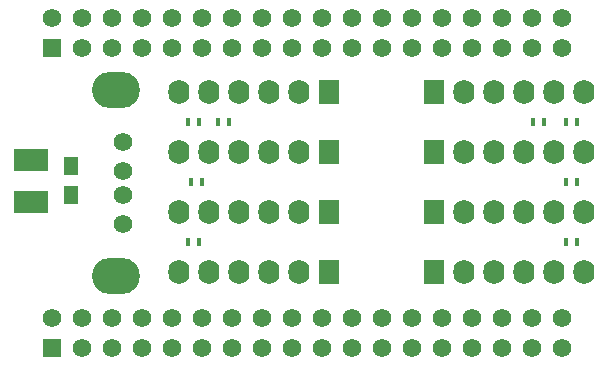
<source format=gbs>
G04 #@! TF.FileFunction,Soldermask,Bot*
%FSLAX46Y46*%
G04 Gerber Fmt 4.6, Leading zero omitted, Abs format (unit mm)*
G04 Created by KiCad (PCBNEW 4.0.5+dfsg1-4) date Sun Nov 25 11:48:41 2018*
%MOMM*%
%LPD*%
G01*
G04 APERTURE LIST*
%ADD10C,0.100000*%
%ADD11C,1.574800*%
%ADD12O,4.050800X3.050800*%
%ADD13R,1.574800X1.574800*%
%ADD14R,1.778000X2.082800*%
%ADD15O,1.778000X2.082800*%
%ADD16R,0.450800X0.650800*%
%ADD17R,1.300800X1.550800*%
%ADD18R,2.844800X1.828800*%
G04 APERTURE END LIST*
D10*
D11*
X133000000Y-101500000D03*
X133000000Y-104000000D03*
X133000000Y-106000000D03*
X133000000Y-108500000D03*
D12*
X132400000Y-97150000D03*
X132400000Y-112850000D03*
D11*
X170091100Y-116433600D03*
X170091100Y-118973600D03*
X167551100Y-116433600D03*
X167551100Y-118973600D03*
X165011100Y-116433600D03*
X165011100Y-118973600D03*
X162471100Y-116433600D03*
X162471100Y-118973600D03*
X159931100Y-116433600D03*
X159931100Y-118973600D03*
X157391100Y-116433600D03*
X157391100Y-118973600D03*
X154851100Y-116433600D03*
X154851100Y-118973600D03*
X152311100Y-116433600D03*
X152311100Y-118973600D03*
X149771100Y-116433600D03*
X149771100Y-118973600D03*
X147231100Y-116433600D03*
X147231100Y-118973600D03*
X144691100Y-116433600D03*
X144691100Y-118973600D03*
X142151100Y-116433600D03*
X142151100Y-118973600D03*
X139611100Y-116433600D03*
X139611100Y-118973600D03*
X137071100Y-116433600D03*
X137071100Y-118973600D03*
X134531100Y-116433600D03*
X134531100Y-118973600D03*
X131991100Y-116433600D03*
X131991100Y-118973600D03*
X129451100Y-116433600D03*
X129451100Y-118973600D03*
X126911100Y-116433600D03*
D13*
X126911100Y-118973600D03*
D11*
X170091100Y-91033600D03*
X170091100Y-93573600D03*
X167551100Y-91033600D03*
X167551100Y-93573600D03*
X165011100Y-91033600D03*
X165011100Y-93573600D03*
X162471100Y-91033600D03*
X162471100Y-93573600D03*
X159931100Y-91033600D03*
X159931100Y-93573600D03*
X157391100Y-91033600D03*
X157391100Y-93573600D03*
X154851100Y-91033600D03*
X154851100Y-93573600D03*
X152311100Y-91033600D03*
X152311100Y-93573600D03*
X149771100Y-91033600D03*
X149771100Y-93573600D03*
X147231100Y-91033600D03*
X147231100Y-93573600D03*
X144691100Y-91033600D03*
X144691100Y-93573600D03*
X142151100Y-91033600D03*
X142151100Y-93573600D03*
X139611100Y-91033600D03*
X139611100Y-93573600D03*
X137071100Y-91033600D03*
X137071100Y-93573600D03*
X134531100Y-91033600D03*
X134531100Y-93573600D03*
X131991100Y-91033600D03*
X131991100Y-93573600D03*
X129451100Y-91033600D03*
X129451100Y-93573600D03*
X126911100Y-91033600D03*
D13*
X126911100Y-93573600D03*
D14*
X150368000Y-97282000D03*
D15*
X147828000Y-97282000D03*
X145288000Y-97282000D03*
X142748000Y-97282000D03*
X140208000Y-97282000D03*
X137668000Y-97282000D03*
D14*
X159258000Y-97282000D03*
D15*
X161798000Y-97282000D03*
X164338000Y-97282000D03*
X166878000Y-97282000D03*
X169418000Y-97282000D03*
X171958000Y-97282000D03*
D14*
X150368000Y-102362000D03*
D15*
X147828000Y-102362000D03*
X145288000Y-102362000D03*
X142748000Y-102362000D03*
X140208000Y-102362000D03*
X137668000Y-102362000D03*
D14*
X159258000Y-102362000D03*
D15*
X161798000Y-102362000D03*
X164338000Y-102362000D03*
X166878000Y-102362000D03*
X169418000Y-102362000D03*
X171958000Y-102362000D03*
D14*
X150368000Y-107442000D03*
D15*
X147828000Y-107442000D03*
X145288000Y-107442000D03*
X142748000Y-107442000D03*
X140208000Y-107442000D03*
X137668000Y-107442000D03*
D14*
X159258000Y-107442000D03*
D15*
X161798000Y-107442000D03*
X164338000Y-107442000D03*
X166878000Y-107442000D03*
X169418000Y-107442000D03*
X171958000Y-107442000D03*
D14*
X150368000Y-112522000D03*
D15*
X147828000Y-112522000D03*
X145288000Y-112522000D03*
X142748000Y-112522000D03*
X140208000Y-112522000D03*
X137668000Y-112522000D03*
D14*
X159258000Y-112522000D03*
D15*
X161798000Y-112522000D03*
X164338000Y-112522000D03*
X166878000Y-112522000D03*
X169418000Y-112522000D03*
X171958000Y-112522000D03*
D16*
X141928000Y-99822000D03*
X141028000Y-99822000D03*
X171392000Y-99822000D03*
X170492000Y-99822000D03*
X138488000Y-99822000D03*
X139388000Y-99822000D03*
X167698000Y-99822000D03*
X168598000Y-99822000D03*
X138742000Y-104902000D03*
X139642000Y-104902000D03*
X171392000Y-104902000D03*
X170492000Y-104902000D03*
X138488000Y-109982000D03*
X139388000Y-109982000D03*
X171392000Y-109982000D03*
X170492000Y-109982000D03*
D17*
X128600000Y-103550000D03*
X128600000Y-106050000D03*
D18*
X125200000Y-103022000D03*
X125200000Y-106578000D03*
M02*

</source>
